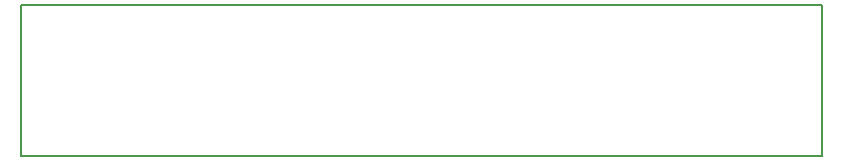
<source format=gm1>
G04 MADE WITH FRITZING*
G04 WWW.FRITZING.ORG*
G04 DOUBLE SIDED*
G04 HOLES PLATED*
G04 CONTOUR ON CENTER OF CONTOUR VECTOR*
%ASAXBY*%
%FSLAX23Y23*%
%MOIN*%
%OFA0B0*%
%SFA1.0B1.0*%
%ADD10R,2.677170X0.511811*%
%ADD11C,0.008000*%
%ADD10C,0.008*%
%LNCONTOUR*%
G90*
G70*
G54D10*
G54D11*
X4Y508D02*
X2673Y508D01*
X2673Y4D01*
X4Y4D01*
X4Y508D01*
D02*
G04 End of contour*
M02*
</source>
